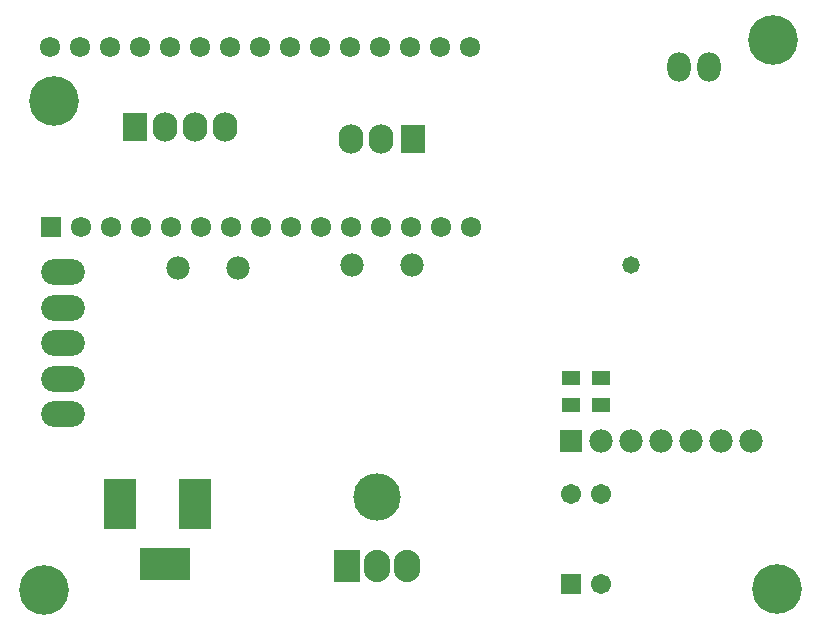
<source format=gbs>
G04*
G04 #@! TF.GenerationSoftware,Altium Limited,Altium Designer,21.0.8 (223)*
G04*
G04 Layer_Color=16711935*
%FSTAX24Y24*%
%MOIN*%
G70*
G04*
G04 #@! TF.SameCoordinates,D6642B81-7170-4B7A-B2B3-623539A33ABF*
G04*
G04*
G04 #@! TF.FilePolarity,Negative*
G04*
G01*
G75*
%ADD28O,0.0780X0.0980*%
%ADD31R,0.0630X0.0474*%
%ADD35R,0.0780X0.0780*%
%ADD36C,0.0780*%
%ADD37R,0.0830X0.0980*%
%ADD38O,0.0830X0.0980*%
%ADD39C,0.0678*%
%ADD40R,0.0678X0.0678*%
%ADD41C,0.0671*%
%ADD42R,0.0671X0.0671*%
%ADD43C,0.1580*%
%ADD44O,0.0880X0.1080*%
%ADD45R,0.0880X0.1080*%
%ADD46R,0.1680X0.1080*%
%ADD47R,0.1080X0.1680*%
%ADD48O,0.1458X0.0867*%
%ADD49C,0.1655*%
%ADD50C,0.0580*%
D28*
X035948Y048061D02*
D03*
X036948D02*
D03*
D31*
X032365Y037684D02*
D03*
Y036784D02*
D03*
X033349Y037684D02*
D03*
Y036784D02*
D03*
D35*
X032357Y035581D02*
D03*
D36*
X038357D02*
D03*
X037357D02*
D03*
X036357D02*
D03*
X035357D02*
D03*
X033357D02*
D03*
X034357D02*
D03*
X02505Y041447D02*
D03*
X02705D02*
D03*
X021263Y041368D02*
D03*
X019263D02*
D03*
D37*
X027089Y045659D02*
D03*
X017822Y046053D02*
D03*
D38*
X026039Y045659D02*
D03*
X025039D02*
D03*
X018822Y046053D02*
D03*
X019822D02*
D03*
X020822D02*
D03*
D39*
X019979Y04873D02*
D03*
X020979D02*
D03*
X022979D02*
D03*
X023979D02*
D03*
X024979D02*
D03*
X025979D02*
D03*
X026979D02*
D03*
X027979D02*
D03*
X028979D02*
D03*
X021979D02*
D03*
X018979D02*
D03*
X017979D02*
D03*
X016979D02*
D03*
X015979D02*
D03*
X014979D02*
D03*
X016029Y04273D02*
D03*
X017029D02*
D03*
X018029D02*
D03*
X019029D02*
D03*
X022029D02*
D03*
X029029D02*
D03*
X028029D02*
D03*
X027029D02*
D03*
X026029D02*
D03*
X025029D02*
D03*
X024029D02*
D03*
X023029D02*
D03*
X021029D02*
D03*
X020029D02*
D03*
D40*
X015029D02*
D03*
D41*
X033349Y030817D02*
D03*
X032349Y033817D02*
D03*
X033349D02*
D03*
D42*
X032349Y030817D02*
D03*
D43*
X025908Y03373D02*
D03*
D44*
X026908Y03143D02*
D03*
X025908D02*
D03*
D45*
X024908D02*
D03*
D46*
X018826Y031494D02*
D03*
D47*
X017326Y033494D02*
D03*
X019826D02*
D03*
D48*
X015436Y036486D02*
D03*
Y037667D02*
D03*
Y038848D02*
D03*
Y04003D02*
D03*
Y041211D02*
D03*
D49*
X039215Y030659D02*
D03*
X014806Y03062D02*
D03*
X039097Y048967D02*
D03*
X015121Y046919D02*
D03*
D50*
X034373Y041447D02*
D03*
M02*

</source>
